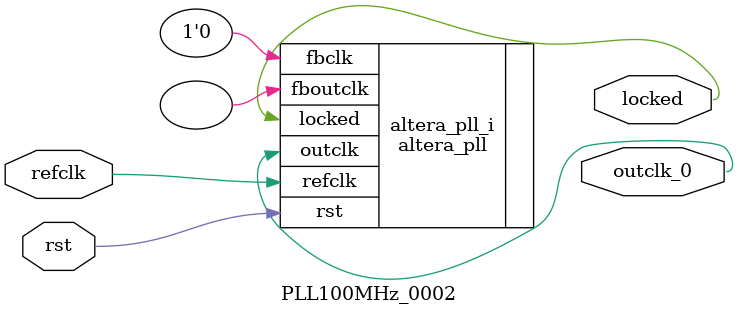
<source format=v>
`timescale 1ns/10ps
module  PLL100MHz_0002(

	// interface 'refclk'
	input wire refclk,

	// interface 'reset'
	input wire rst,

	// interface 'outclk0'
	output wire outclk_0,

	// interface 'locked'
	output wire locked
);

	altera_pll #(
		.fractional_vco_multiplier("false"),
		.reference_clock_frequency("50.0 MHz"),
		.operation_mode("direct"),
		.number_of_clocks(1),
		.output_clock_frequency0("100.000000 MHz"),
		.phase_shift0("0 ps"),
		.duty_cycle0(50),
		.output_clock_frequency1("0 MHz"),
		.phase_shift1("0 ps"),
		.duty_cycle1(50),
		.output_clock_frequency2("0 MHz"),
		.phase_shift2("0 ps"),
		.duty_cycle2(50),
		.output_clock_frequency3("0 MHz"),
		.phase_shift3("0 ps"),
		.duty_cycle3(50),
		.output_clock_frequency4("0 MHz"),
		.phase_shift4("0 ps"),
		.duty_cycle4(50),
		.output_clock_frequency5("0 MHz"),
		.phase_shift5("0 ps"),
		.duty_cycle5(50),
		.output_clock_frequency6("0 MHz"),
		.phase_shift6("0 ps"),
		.duty_cycle6(50),
		.output_clock_frequency7("0 MHz"),
		.phase_shift7("0 ps"),
		.duty_cycle7(50),
		.output_clock_frequency8("0 MHz"),
		.phase_shift8("0 ps"),
		.duty_cycle8(50),
		.output_clock_frequency9("0 MHz"),
		.phase_shift9("0 ps"),
		.duty_cycle9(50),
		.output_clock_frequency10("0 MHz"),
		.phase_shift10("0 ps"),
		.duty_cycle10(50),
		.output_clock_frequency11("0 MHz"),
		.phase_shift11("0 ps"),
		.duty_cycle11(50),
		.output_clock_frequency12("0 MHz"),
		.phase_shift12("0 ps"),
		.duty_cycle12(50),
		.output_clock_frequency13("0 MHz"),
		.phase_shift13("0 ps"),
		.duty_cycle13(50),
		.output_clock_frequency14("0 MHz"),
		.phase_shift14("0 ps"),
		.duty_cycle14(50),
		.output_clock_frequency15("0 MHz"),
		.phase_shift15("0 ps"),
		.duty_cycle15(50),
		.output_clock_frequency16("0 MHz"),
		.phase_shift16("0 ps"),
		.duty_cycle16(50),
		.output_clock_frequency17("0 MHz"),
		.phase_shift17("0 ps"),
		.duty_cycle17(50),
		.pll_type("General"),
		.pll_subtype("General")
	) altera_pll_i (
		.rst	(rst),
		.outclk	({outclk_0}),
		.locked	(locked),
		.fboutclk	( ),
		.fbclk	(1'b0),
		.refclk	(refclk)
	);
endmodule


</source>
